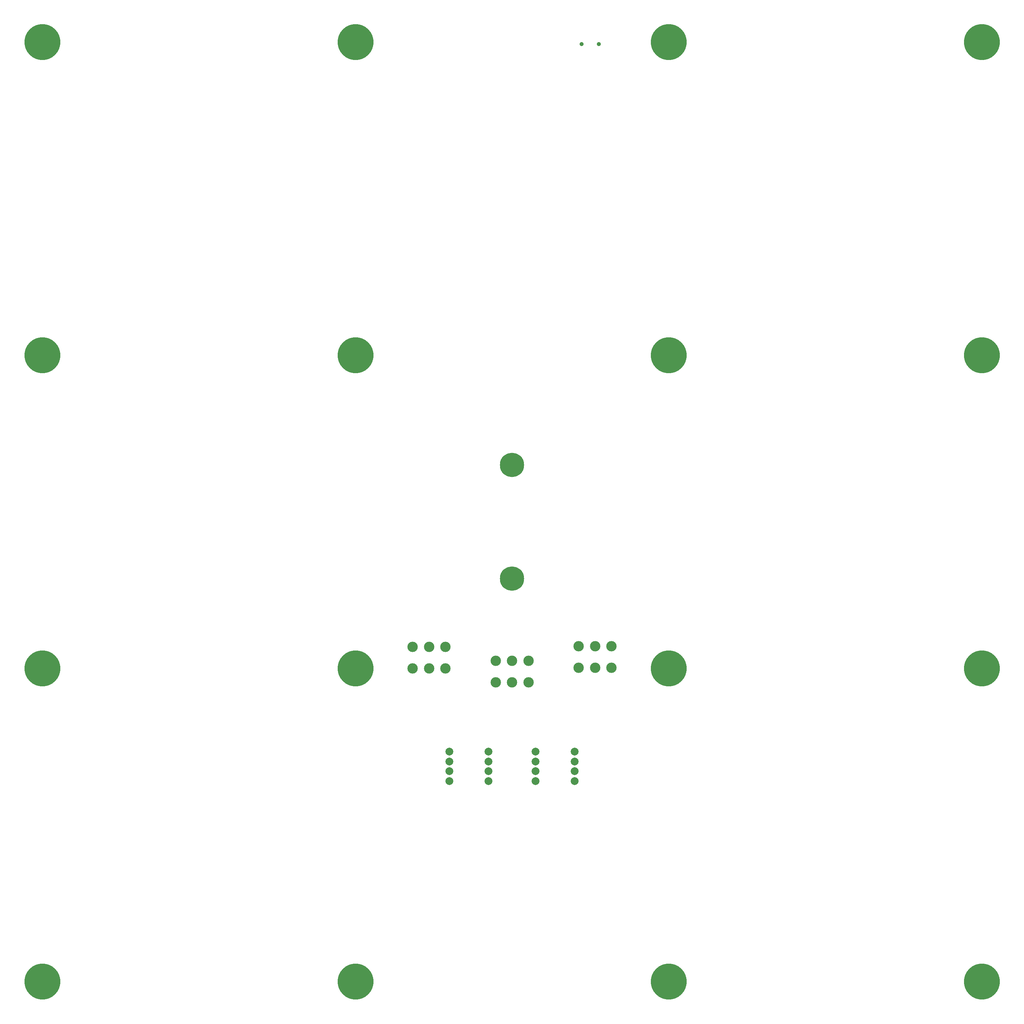
<source format=gbs>
%FSLAX44Y44*%
%MOMM*%
G71*
G01*
G75*
G04 Layer_Color=16711935*
%ADD10O,1.5500X0.6000*%
G04:AMPARAMS|DCode=11|XSize=1.45mm|YSize=1.15mm|CornerRadius=0.2013mm|HoleSize=0mm|Usage=FLASHONLY|Rotation=180.000|XOffset=0mm|YOffset=0mm|HoleType=Round|Shape=RoundedRectangle|*
%AMROUNDEDRECTD11*
21,1,1.4500,0.7475,0,0,180.0*
21,1,1.0475,1.1500,0,0,180.0*
1,1,0.4025,-0.5238,0.3738*
1,1,0.4025,0.5238,0.3738*
1,1,0.4025,0.5238,-0.3738*
1,1,0.4025,-0.5238,-0.3738*
%
%ADD11ROUNDEDRECTD11*%
G04:AMPARAMS|DCode=12|XSize=2.7mm|YSize=1.15mm|CornerRadius=0.2013mm|HoleSize=0mm|Usage=FLASHONLY|Rotation=180.000|XOffset=0mm|YOffset=0mm|HoleType=Round|Shape=RoundedRectangle|*
%AMROUNDEDRECTD12*
21,1,2.7000,0.7475,0,0,180.0*
21,1,2.2975,1.1500,0,0,180.0*
1,1,0.4025,-1.1487,0.3738*
1,1,0.4025,1.1487,0.3738*
1,1,0.4025,1.1487,-0.3738*
1,1,0.4025,-1.1487,-0.3738*
%
%ADD12ROUNDEDRECTD12*%
G04:AMPARAMS|DCode=13|XSize=1mm|YSize=0.95mm|CornerRadius=0.1995mm|HoleSize=0mm|Usage=FLASHONLY|Rotation=180.000|XOffset=0mm|YOffset=0mm|HoleType=Round|Shape=RoundedRectangle|*
%AMROUNDEDRECTD13*
21,1,1.0000,0.5510,0,0,180.0*
21,1,0.6010,0.9500,0,0,180.0*
1,1,0.3990,-0.3005,0.2755*
1,1,0.3990,0.3005,0.2755*
1,1,0.3990,0.3005,-0.2755*
1,1,0.3990,-0.3005,-0.2755*
%
%ADD13ROUNDEDRECTD13*%
G04:AMPARAMS|DCode=14|XSize=1mm|YSize=0.9mm|CornerRadius=0.198mm|HoleSize=0mm|Usage=FLASHONLY|Rotation=90.000|XOffset=0mm|YOffset=0mm|HoleType=Round|Shape=RoundedRectangle|*
%AMROUNDEDRECTD14*
21,1,1.0000,0.5040,0,0,90.0*
21,1,0.6040,0.9000,0,0,90.0*
1,1,0.3960,0.2520,0.3020*
1,1,0.3960,0.2520,-0.3020*
1,1,0.3960,-0.2520,-0.3020*
1,1,0.3960,-0.2520,0.3020*
%
%ADD14ROUNDEDRECTD14*%
G04:AMPARAMS|DCode=15|XSize=4.9mm|YSize=1.6mm|CornerRadius=0.2mm|HoleSize=0mm|Usage=FLASHONLY|Rotation=180.000|XOffset=0mm|YOffset=0mm|HoleType=Round|Shape=RoundedRectangle|*
%AMROUNDEDRECTD15*
21,1,4.9000,1.2000,0,0,180.0*
21,1,4.5000,1.6000,0,0,180.0*
1,1,0.4000,-2.2500,0.6000*
1,1,0.4000,2.2500,0.6000*
1,1,0.4000,2.2500,-0.6000*
1,1,0.4000,-2.2500,-0.6000*
%
%ADD15ROUNDEDRECTD15*%
G04:AMPARAMS|DCode=16|XSize=1.05mm|YSize=0.65mm|CornerRadius=0.2015mm|HoleSize=0mm|Usage=FLASHONLY|Rotation=0.000|XOffset=0mm|YOffset=0mm|HoleType=Round|Shape=RoundedRectangle|*
%AMROUNDEDRECTD16*
21,1,1.0500,0.2470,0,0,0.0*
21,1,0.6470,0.6500,0,0,0.0*
1,1,0.4030,0.3235,-0.1235*
1,1,0.4030,-0.3235,-0.1235*
1,1,0.4030,-0.3235,0.1235*
1,1,0.4030,0.3235,0.1235*
%
%ADD16ROUNDEDRECTD16*%
G04:AMPARAMS|DCode=17|XSize=1mm|YSize=0.95mm|CornerRadius=0.1995mm|HoleSize=0mm|Usage=FLASHONLY|Rotation=270.000|XOffset=0mm|YOffset=0mm|HoleType=Round|Shape=RoundedRectangle|*
%AMROUNDEDRECTD17*
21,1,1.0000,0.5510,0,0,270.0*
21,1,0.6010,0.9500,0,0,270.0*
1,1,0.3990,-0.2755,-0.3005*
1,1,0.3990,-0.2755,0.3005*
1,1,0.3990,0.2755,0.3005*
1,1,0.3990,0.2755,-0.3005*
%
%ADD17ROUNDEDRECTD17*%
G04:AMPARAMS|DCode=18|XSize=1.6mm|YSize=1.25mm|CornerRadius=0.2mm|HoleSize=0mm|Usage=FLASHONLY|Rotation=0.000|XOffset=0mm|YOffset=0mm|HoleType=Round|Shape=RoundedRectangle|*
%AMROUNDEDRECTD18*
21,1,1.6000,0.8500,0,0,0.0*
21,1,1.2000,1.2500,0,0,0.0*
1,1,0.4000,0.6000,-0.4250*
1,1,0.4000,-0.6000,-0.4250*
1,1,0.4000,-0.6000,0.4250*
1,1,0.4000,0.6000,0.4250*
%
%ADD18ROUNDEDRECTD18*%
G04:AMPARAMS|DCode=19|XSize=1.45mm|YSize=1.15mm|CornerRadius=0.2013mm|HoleSize=0mm|Usage=FLASHONLY|Rotation=90.000|XOffset=0mm|YOffset=0mm|HoleType=Round|Shape=RoundedRectangle|*
%AMROUNDEDRECTD19*
21,1,1.4500,0.7475,0,0,90.0*
21,1,1.0475,1.1500,0,0,90.0*
1,1,0.4025,0.3738,0.5238*
1,1,0.4025,0.3738,-0.5238*
1,1,0.4025,-0.3738,-0.5238*
1,1,0.4025,-0.3738,0.5238*
%
%ADD19ROUNDEDRECTD19*%
G04:AMPARAMS|DCode=20|XSize=2.7mm|YSize=1.15mm|CornerRadius=0.2013mm|HoleSize=0mm|Usage=FLASHONLY|Rotation=90.000|XOffset=0mm|YOffset=0mm|HoleType=Round|Shape=RoundedRectangle|*
%AMROUNDEDRECTD20*
21,1,2.7000,0.7475,0,0,90.0*
21,1,2.2975,1.1500,0,0,90.0*
1,1,0.4025,0.3738,1.1487*
1,1,0.4025,0.3738,-1.1487*
1,1,0.4025,-0.3738,-1.1487*
1,1,0.4025,-0.3738,1.1487*
%
%ADD20ROUNDEDRECTD20*%
G04:AMPARAMS|DCode=21|XSize=1mm|YSize=0.9mm|CornerRadius=0.198mm|HoleSize=0mm|Usage=FLASHONLY|Rotation=0.000|XOffset=0mm|YOffset=0mm|HoleType=Round|Shape=RoundedRectangle|*
%AMROUNDEDRECTD21*
21,1,1.0000,0.5040,0,0,0.0*
21,1,0.6040,0.9000,0,0,0.0*
1,1,0.3960,0.3020,-0.2520*
1,1,0.3960,-0.3020,-0.2520*
1,1,0.3960,-0.3020,0.2520*
1,1,0.3960,0.3020,0.2520*
%
%ADD21ROUNDEDRECTD21*%
G04:AMPARAMS|DCode=22|XSize=4.9mm|YSize=1.6mm|CornerRadius=0.2mm|HoleSize=0mm|Usage=FLASHONLY|Rotation=90.000|XOffset=0mm|YOffset=0mm|HoleType=Round|Shape=RoundedRectangle|*
%AMROUNDEDRECTD22*
21,1,4.9000,1.2000,0,0,90.0*
21,1,4.5000,1.6000,0,0,90.0*
1,1,0.4000,0.6000,2.2500*
1,1,0.4000,0.6000,-2.2500*
1,1,0.4000,-0.6000,-2.2500*
1,1,0.4000,-0.6000,2.2500*
%
%ADD22ROUNDEDRECTD22*%
G04:AMPARAMS|DCode=23|XSize=1.05mm|YSize=0.65mm|CornerRadius=0.2015mm|HoleSize=0mm|Usage=FLASHONLY|Rotation=270.000|XOffset=0mm|YOffset=0mm|HoleType=Round|Shape=RoundedRectangle|*
%AMROUNDEDRECTD23*
21,1,1.0500,0.2470,0,0,270.0*
21,1,0.6470,0.6500,0,0,270.0*
1,1,0.4030,-0.1235,-0.3235*
1,1,0.4030,-0.1235,0.3235*
1,1,0.4030,0.1235,0.3235*
1,1,0.4030,0.1235,-0.3235*
%
%ADD23ROUNDEDRECTD23*%
G04:AMPARAMS|DCode=24|XSize=1.6mm|YSize=1.25mm|CornerRadius=0.2mm|HoleSize=0mm|Usage=FLASHONLY|Rotation=270.000|XOffset=0mm|YOffset=0mm|HoleType=Round|Shape=RoundedRectangle|*
%AMROUNDEDRECTD24*
21,1,1.6000,0.8500,0,0,270.0*
21,1,1.2000,1.2500,0,0,270.0*
1,1,0.4000,-0.4250,-0.6000*
1,1,0.4000,-0.4250,0.6000*
1,1,0.4000,0.4250,0.6000*
1,1,0.4000,0.4250,-0.6000*
%
%ADD24ROUNDEDRECTD24*%
G04:AMPARAMS|DCode=25|XSize=1.2mm|YSize=1.2mm|CornerRadius=0.198mm|HoleSize=0mm|Usage=FLASHONLY|Rotation=0.000|XOffset=0mm|YOffset=0mm|HoleType=Round|Shape=RoundedRectangle|*
%AMROUNDEDRECTD25*
21,1,1.2000,0.8040,0,0,0.0*
21,1,0.8040,1.2000,0,0,0.0*
1,1,0.3960,0.4020,-0.4020*
1,1,0.3960,-0.4020,-0.4020*
1,1,0.3960,-0.4020,0.4020*
1,1,0.3960,0.4020,0.4020*
%
%ADD25ROUNDEDRECTD25*%
G04:AMPARAMS|DCode=26|XSize=1.2mm|YSize=1.2mm|CornerRadius=0.198mm|HoleSize=0mm|Usage=FLASHONLY|Rotation=90.000|XOffset=0mm|YOffset=0mm|HoleType=Round|Shape=RoundedRectangle|*
%AMROUNDEDRECTD26*
21,1,1.2000,0.8040,0,0,90.0*
21,1,0.8040,1.2000,0,0,90.0*
1,1,0.3960,0.4020,0.4020*
1,1,0.3960,0.4020,-0.4020*
1,1,0.3960,-0.4020,-0.4020*
1,1,0.3960,-0.4020,0.4020*
%
%ADD26ROUNDEDRECTD26*%
G04:AMPARAMS|DCode=27|XSize=2.3mm|YSize=0.5mm|CornerRadius=0.2mm|HoleSize=0mm|Usage=FLASHONLY|Rotation=270.000|XOffset=0mm|YOffset=0mm|HoleType=Round|Shape=RoundedRectangle|*
%AMROUNDEDRECTD27*
21,1,2.3000,0.1000,0,0,270.0*
21,1,1.9000,0.5000,0,0,270.0*
1,1,0.4000,-0.0500,-0.9500*
1,1,0.4000,-0.0500,0.9500*
1,1,0.4000,0.0500,0.9500*
1,1,0.4000,0.0500,-0.9500*
%
%ADD27ROUNDEDRECTD27*%
G04:AMPARAMS|DCode=28|XSize=2.5mm|YSize=2mm|CornerRadius=0.2mm|HoleSize=0mm|Usage=FLASHONLY|Rotation=270.000|XOffset=0mm|YOffset=0mm|HoleType=Round|Shape=RoundedRectangle|*
%AMROUNDEDRECTD28*
21,1,2.5000,1.6000,0,0,270.0*
21,1,2.1000,2.0000,0,0,270.0*
1,1,0.4000,-0.8000,-1.0500*
1,1,0.4000,-0.8000,1.0500*
1,1,0.4000,0.8000,1.0500*
1,1,0.4000,0.8000,-1.0500*
%
%ADD28ROUNDEDRECTD28*%
%ADD29C,0.6000*%
G04:AMPARAMS|DCode=30|XSize=3.3mm|YSize=2.5mm|CornerRadius=0.2mm|HoleSize=0mm|Usage=FLASHONLY|Rotation=0.000|XOffset=0mm|YOffset=0mm|HoleType=Round|Shape=RoundedRectangle|*
%AMROUNDEDRECTD30*
21,1,3.3000,2.1000,0,0,0.0*
21,1,2.9000,2.5000,0,0,0.0*
1,1,0.4000,1.4500,-1.0500*
1,1,0.4000,-1.4500,-1.0500*
1,1,0.4000,-1.4500,1.0500*
1,1,0.4000,1.4500,1.0500*
%
%ADD30ROUNDEDRECTD30*%
%ADD31O,1.5000X0.3000*%
%ADD32O,0.3000X1.5000*%
%ADD33C,1.0000*%
%ADD34O,0.6000X1.5500*%
G04:AMPARAMS|DCode=35|XSize=6.45mm|YSize=6mm|CornerRadius=0.21mm|HoleSize=0mm|Usage=FLASHONLY|Rotation=90.000|XOffset=0mm|YOffset=0mm|HoleType=Round|Shape=RoundedRectangle|*
%AMROUNDEDRECTD35*
21,1,6.4500,5.5800,0,0,90.0*
21,1,6.0300,6.0000,0,0,90.0*
1,1,0.4200,2.7900,3.0150*
1,1,0.4200,2.7900,-3.0150*
1,1,0.4200,-2.7900,-3.0150*
1,1,0.4200,-2.7900,3.0150*
%
%ADD35ROUNDEDRECTD35*%
G04:AMPARAMS|DCode=36|XSize=2.85mm|YSize=1mm|CornerRadius=0.2mm|HoleSize=0mm|Usage=FLASHONLY|Rotation=90.000|XOffset=0mm|YOffset=0mm|HoleType=Round|Shape=RoundedRectangle|*
%AMROUNDEDRECTD36*
21,1,2.8500,0.6000,0,0,90.0*
21,1,2.4500,1.0000,0,0,90.0*
1,1,0.4000,0.3000,1.2250*
1,1,0.4000,0.3000,-1.2250*
1,1,0.4000,-0.3000,-1.2250*
1,1,0.4000,-0.3000,1.2250*
%
%ADD36ROUNDEDRECTD36*%
G04:AMPARAMS|DCode=37|XSize=11.3mm|YSize=10.75mm|CornerRadius=0.215mm|HoleSize=0mm|Usage=FLASHONLY|Rotation=90.000|XOffset=0mm|YOffset=0mm|HoleType=Round|Shape=RoundedRectangle|*
%AMROUNDEDRECTD37*
21,1,11.3000,10.3200,0,0,90.0*
21,1,10.8700,10.7500,0,0,90.0*
1,1,0.4300,5.1600,5.4350*
1,1,0.4300,5.1600,-5.4350*
1,1,0.4300,-5.1600,-5.4350*
1,1,0.4300,-5.1600,5.4350*
%
%ADD37ROUNDEDRECTD37*%
G04:AMPARAMS|DCode=38|XSize=3.95mm|YSize=1.2mm|CornerRadius=0.198mm|HoleSize=0mm|Usage=FLASHONLY|Rotation=90.000|XOffset=0mm|YOffset=0mm|HoleType=Round|Shape=RoundedRectangle|*
%AMROUNDEDRECTD38*
21,1,3.9500,0.8040,0,0,90.0*
21,1,3.5540,1.2000,0,0,90.0*
1,1,0.3960,0.4020,1.7770*
1,1,0.3960,0.4020,-1.7770*
1,1,0.3960,-0.4020,-1.7770*
1,1,0.3960,-0.4020,1.7770*
%
%ADD38ROUNDEDRECTD38*%
G04:AMPARAMS|DCode=39|XSize=1.1mm|YSize=0.6mm|CornerRadius=0.201mm|HoleSize=0mm|Usage=FLASHONLY|Rotation=270.000|XOffset=0mm|YOffset=0mm|HoleType=Round|Shape=RoundedRectangle|*
%AMROUNDEDRECTD39*
21,1,1.1000,0.1980,0,0,270.0*
21,1,0.6980,0.6000,0,0,270.0*
1,1,0.4020,-0.0990,-0.3490*
1,1,0.4020,-0.0990,0.3490*
1,1,0.4020,0.0990,0.3490*
1,1,0.4020,0.0990,-0.3490*
%
%ADD39ROUNDEDRECTD39*%
G04:AMPARAMS|DCode=40|XSize=1.35mm|YSize=1.65mm|CornerRadius=0.27mm|HoleSize=0mm|Usage=FLASHONLY|Rotation=180.000|XOffset=0mm|YOffset=0mm|HoleType=Round|Shape=RoundedRectangle|*
%AMROUNDEDRECTD40*
21,1,1.3500,1.1100,0,0,180.0*
21,1,0.8100,1.6500,0,0,180.0*
1,1,0.5400,-0.4050,0.5550*
1,1,0.5400,0.4050,0.5550*
1,1,0.5400,0.4050,-0.5550*
1,1,0.5400,-0.4050,-0.5550*
%
%ADD40ROUNDEDRECTD40*%
G04:AMPARAMS|DCode=41|XSize=0.7mm|YSize=0.25mm|CornerRadius=0.0838mm|HoleSize=0mm|Usage=FLASHONLY|Rotation=90.000|XOffset=0mm|YOffset=0mm|HoleType=Round|Shape=RoundedRectangle|*
%AMROUNDEDRECTD41*
21,1,0.7000,0.0825,0,0,90.0*
21,1,0.5325,0.2500,0,0,90.0*
1,1,0.1675,0.0413,0.2662*
1,1,0.1675,0.0413,-0.2662*
1,1,0.1675,-0.0413,-0.2662*
1,1,0.1675,-0.0413,0.2662*
%
%ADD41ROUNDEDRECTD41*%
G04:AMPARAMS|DCode=42|XSize=1.75mm|YSize=1.05mm|CornerRadius=0.1995mm|HoleSize=0mm|Usage=FLASHONLY|Rotation=0.000|XOffset=0mm|YOffset=0mm|HoleType=Round|Shape=RoundedRectangle|*
%AMROUNDEDRECTD42*
21,1,1.7500,0.6510,0,0,0.0*
21,1,1.3510,1.0500,0,0,0.0*
1,1,0.3990,0.6755,-0.3255*
1,1,0.3990,-0.6755,-0.3255*
1,1,0.3990,-0.6755,0.3255*
1,1,0.3990,0.6755,0.3255*
%
%ADD42ROUNDEDRECTD42*%
%ADD43O,0.5000X1.3500*%
%ADD44O,1.3500X0.5000*%
G04:AMPARAMS|DCode=45|XSize=6.5mm|YSize=5mm|CornerRadius=0.25mm|HoleSize=0mm|Usage=FLASHONLY|Rotation=180.000|XOffset=0mm|YOffset=0mm|HoleType=Round|Shape=RoundedRectangle|*
%AMROUNDEDRECTD45*
21,1,6.5000,4.5000,0,0,180.0*
21,1,6.0000,5.0000,0,0,180.0*
1,1,0.5000,-3.0000,2.2500*
1,1,0.5000,3.0000,2.2500*
1,1,0.5000,3.0000,-2.2500*
1,1,0.5000,-3.0000,-2.2500*
%
%ADD45ROUNDEDRECTD45*%
G04:AMPARAMS|DCode=46|XSize=2.5mm|YSize=1.7mm|CornerRadius=0.204mm|HoleSize=0mm|Usage=FLASHONLY|Rotation=270.000|XOffset=0mm|YOffset=0mm|HoleType=Round|Shape=RoundedRectangle|*
%AMROUNDEDRECTD46*
21,1,2.5000,1.2920,0,0,270.0*
21,1,2.0920,1.7000,0,0,270.0*
1,1,0.4080,-0.6460,-1.0460*
1,1,0.4080,-0.6460,1.0460*
1,1,0.4080,0.6460,1.0460*
1,1,0.4080,0.6460,-1.0460*
%
%ADD46ROUNDEDRECTD46*%
G04:AMPARAMS|DCode=47|XSize=1.1mm|YSize=0.8mm|CornerRadius=0.268mm|HoleSize=0mm|Usage=FLASHONLY|Rotation=90.000|XOffset=0mm|YOffset=0mm|HoleType=Round|Shape=RoundedRectangle|*
%AMROUNDEDRECTD47*
21,1,1.1000,0.2640,0,0,90.0*
21,1,0.5640,0.8000,0,0,90.0*
1,1,0.5360,0.1320,0.2820*
1,1,0.5360,0.1320,-0.2820*
1,1,0.5360,-0.1320,-0.2820*
1,1,0.5360,-0.1320,0.2820*
%
%ADD47ROUNDEDRECTD47*%
%ADD48C,1.3000*%
%ADD49R,1.3000X1.3000*%
G04:AMPARAMS|DCode=50|XSize=1.4mm|YSize=1.2mm|CornerRadius=0.198mm|HoleSize=0mm|Usage=FLASHONLY|Rotation=90.000|XOffset=0mm|YOffset=0mm|HoleType=Round|Shape=RoundedRectangle|*
%AMROUNDEDRECTD50*
21,1,1.4000,0.8040,0,0,90.0*
21,1,1.0040,1.2000,0,0,90.0*
1,1,0.3960,0.4020,0.5020*
1,1,0.3960,0.4020,-0.5020*
1,1,0.3960,-0.4020,-0.5020*
1,1,0.3960,-0.4020,0.5020*
%
%ADD50ROUNDEDRECTD50*%
G04:AMPARAMS|DCode=51|XSize=1.1mm|YSize=1mm|CornerRadius=0.165mm|HoleSize=0mm|Usage=FLASHONLY|Rotation=90.000|XOffset=0mm|YOffset=0mm|HoleType=Round|Shape=RoundedRectangle|*
%AMROUNDEDRECTD51*
21,1,1.1000,0.6700,0,0,90.0*
21,1,0.7700,1.0000,0,0,90.0*
1,1,0.3300,0.3350,0.3850*
1,1,0.3300,0.3350,-0.3850*
1,1,0.3300,-0.3350,-0.3850*
1,1,0.3300,-0.3350,0.3850*
%
%ADD51ROUNDEDRECTD51*%
G04:AMPARAMS|DCode=52|XSize=1.6mm|YSize=1.5mm|CornerRadius=0.2475mm|HoleSize=0mm|Usage=FLASHONLY|Rotation=90.000|XOffset=0mm|YOffset=0mm|HoleType=Round|Shape=RoundedRectangle|*
%AMROUNDEDRECTD52*
21,1,1.6000,1.0050,0,0,90.0*
21,1,1.1050,1.5000,0,0,90.0*
1,1,0.4950,0.5025,0.5525*
1,1,0.4950,0.5025,-0.5525*
1,1,0.4950,-0.5025,-0.5525*
1,1,0.4950,-0.5025,0.5525*
%
%ADD52ROUNDEDRECTD52*%
G04:AMPARAMS|DCode=53|XSize=1.4mm|YSize=1.2mm|CornerRadius=0.198mm|HoleSize=0mm|Usage=FLASHONLY|Rotation=180.000|XOffset=0mm|YOffset=0mm|HoleType=Round|Shape=RoundedRectangle|*
%AMROUNDEDRECTD53*
21,1,1.4000,0.8040,0,0,180.0*
21,1,1.0040,1.2000,0,0,180.0*
1,1,0.3960,-0.5020,0.4020*
1,1,0.3960,0.5020,0.4020*
1,1,0.3960,0.5020,-0.4020*
1,1,0.3960,-0.5020,-0.4020*
%
%ADD53ROUNDEDRECTD53*%
G04:AMPARAMS|DCode=54|XSize=1.1mm|YSize=1mm|CornerRadius=0.165mm|HoleSize=0mm|Usage=FLASHONLY|Rotation=180.000|XOffset=0mm|YOffset=0mm|HoleType=Round|Shape=RoundedRectangle|*
%AMROUNDEDRECTD54*
21,1,1.1000,0.6700,0,0,180.0*
21,1,0.7700,1.0000,0,0,180.0*
1,1,0.3300,-0.3850,0.3350*
1,1,0.3300,0.3850,0.3350*
1,1,0.3300,0.3850,-0.3350*
1,1,0.3300,-0.3850,-0.3350*
%
%ADD54ROUNDEDRECTD54*%
G04:AMPARAMS|DCode=55|XSize=1.6mm|YSize=1.5mm|CornerRadius=0.2475mm|HoleSize=0mm|Usage=FLASHONLY|Rotation=180.000|XOffset=0mm|YOffset=0mm|HoleType=Round|Shape=RoundedRectangle|*
%AMROUNDEDRECTD55*
21,1,1.6000,1.0050,0,0,180.0*
21,1,1.1050,1.5000,0,0,180.0*
1,1,0.4950,-0.5525,0.5025*
1,1,0.4950,0.5525,0.5025*
1,1,0.4950,0.5525,-0.5025*
1,1,0.4950,-0.5525,-0.5025*
%
%ADD55ROUNDEDRECTD55*%
%ADD56C,0.4500*%
%ADD57C,0.5000*%
%ADD58C,0.6000*%
%ADD59C,0.2000*%
%ADD60C,0.2500*%
%ADD61C,0.4500*%
%ADD62C,0.3500*%
%ADD63C,0.3000*%
%ADD64C,0.4000*%
%ADD65C,0.2540*%
%ADD66C,6.0000*%
%ADD67C,0.5000*%
%ADD68C,9.0000*%
%ADD69C,2.5000*%
%ADD70C,1.8500*%
%ADD71C,0.1000*%
%ADD72C,0.1500*%
%ADD73C,0.1524*%
%ADD74C,0.1200*%
%ADD75C,0.0000*%
%ADD76O,1.7000X0.7500*%
G04:AMPARAMS|DCode=77|XSize=1.6mm|YSize=1.3mm|CornerRadius=0.2763mm|HoleSize=0mm|Usage=FLASHONLY|Rotation=180.000|XOffset=0mm|YOffset=0mm|HoleType=Round|Shape=RoundedRectangle|*
%AMROUNDEDRECTD77*
21,1,1.6000,0.7475,0,0,180.0*
21,1,1.0475,1.3000,0,0,180.0*
1,1,0.5525,-0.5238,0.3738*
1,1,0.5525,0.5238,0.3738*
1,1,0.5525,0.5238,-0.3738*
1,1,0.5525,-0.5238,-0.3738*
%
%ADD77ROUNDEDRECTD77*%
G04:AMPARAMS|DCode=78|XSize=2.85mm|YSize=1.3mm|CornerRadius=0.2763mm|HoleSize=0mm|Usage=FLASHONLY|Rotation=180.000|XOffset=0mm|YOffset=0mm|HoleType=Round|Shape=RoundedRectangle|*
%AMROUNDEDRECTD78*
21,1,2.8500,0.7475,0,0,180.0*
21,1,2.2975,1.3000,0,0,180.0*
1,1,0.5525,-1.1487,0.3738*
1,1,0.5525,1.1487,0.3738*
1,1,0.5525,1.1487,-0.3738*
1,1,0.5525,-1.1487,-0.3738*
%
%ADD78ROUNDEDRECTD78*%
G04:AMPARAMS|DCode=79|XSize=1.15mm|YSize=1.1mm|CornerRadius=0.2745mm|HoleSize=0mm|Usage=FLASHONLY|Rotation=180.000|XOffset=0mm|YOffset=0mm|HoleType=Round|Shape=RoundedRectangle|*
%AMROUNDEDRECTD79*
21,1,1.1500,0.5510,0,0,180.0*
21,1,0.6010,1.1000,0,0,180.0*
1,1,0.5490,-0.3005,0.2755*
1,1,0.5490,0.3005,0.2755*
1,1,0.5490,0.3005,-0.2755*
1,1,0.5490,-0.3005,-0.2755*
%
%ADD79ROUNDEDRECTD79*%
G04:AMPARAMS|DCode=80|XSize=1.15mm|YSize=1.05mm|CornerRadius=0.273mm|HoleSize=0mm|Usage=FLASHONLY|Rotation=90.000|XOffset=0mm|YOffset=0mm|HoleType=Round|Shape=RoundedRectangle|*
%AMROUNDEDRECTD80*
21,1,1.1500,0.5040,0,0,90.0*
21,1,0.6040,1.0500,0,0,90.0*
1,1,0.5460,0.2520,0.3020*
1,1,0.5460,0.2520,-0.3020*
1,1,0.5460,-0.2520,-0.3020*
1,1,0.5460,-0.2520,0.3020*
%
%ADD80ROUNDEDRECTD80*%
G04:AMPARAMS|DCode=81|XSize=5.05mm|YSize=1.75mm|CornerRadius=0.275mm|HoleSize=0mm|Usage=FLASHONLY|Rotation=180.000|XOffset=0mm|YOffset=0mm|HoleType=Round|Shape=RoundedRectangle|*
%AMROUNDEDRECTD81*
21,1,5.0500,1.2000,0,0,180.0*
21,1,4.5000,1.7500,0,0,180.0*
1,1,0.5500,-2.2500,0.6000*
1,1,0.5500,2.2500,0.6000*
1,1,0.5500,2.2500,-0.6000*
1,1,0.5500,-2.2500,-0.6000*
%
%ADD81ROUNDEDRECTD81*%
G04:AMPARAMS|DCode=82|XSize=1.2mm|YSize=0.8mm|CornerRadius=0.2765mm|HoleSize=0mm|Usage=FLASHONLY|Rotation=0.000|XOffset=0mm|YOffset=0mm|HoleType=Round|Shape=RoundedRectangle|*
%AMROUNDEDRECTD82*
21,1,1.2000,0.2470,0,0,0.0*
21,1,0.6470,0.8000,0,0,0.0*
1,1,0.5530,0.3235,-0.1235*
1,1,0.5530,-0.3235,-0.1235*
1,1,0.5530,-0.3235,0.1235*
1,1,0.5530,0.3235,0.1235*
%
%ADD82ROUNDEDRECTD82*%
G04:AMPARAMS|DCode=83|XSize=1.15mm|YSize=1.1mm|CornerRadius=0.2745mm|HoleSize=0mm|Usage=FLASHONLY|Rotation=270.000|XOffset=0mm|YOffset=0mm|HoleType=Round|Shape=RoundedRectangle|*
%AMROUNDEDRECTD83*
21,1,1.1500,0.5510,0,0,270.0*
21,1,0.6010,1.1000,0,0,270.0*
1,1,0.5490,-0.2755,-0.3005*
1,1,0.5490,-0.2755,0.3005*
1,1,0.5490,0.2755,0.3005*
1,1,0.5490,0.2755,-0.3005*
%
%ADD83ROUNDEDRECTD83*%
G04:AMPARAMS|DCode=84|XSize=1.75mm|YSize=1.4mm|CornerRadius=0.275mm|HoleSize=0mm|Usage=FLASHONLY|Rotation=0.000|XOffset=0mm|YOffset=0mm|HoleType=Round|Shape=RoundedRectangle|*
%AMROUNDEDRECTD84*
21,1,1.7500,0.8500,0,0,0.0*
21,1,1.2000,1.4000,0,0,0.0*
1,1,0.5500,0.6000,-0.4250*
1,1,0.5500,-0.6000,-0.4250*
1,1,0.5500,-0.6000,0.4250*
1,1,0.5500,0.6000,0.4250*
%
%ADD84ROUNDEDRECTD84*%
G04:AMPARAMS|DCode=85|XSize=1.6mm|YSize=1.3mm|CornerRadius=0.2763mm|HoleSize=0mm|Usage=FLASHONLY|Rotation=90.000|XOffset=0mm|YOffset=0mm|HoleType=Round|Shape=RoundedRectangle|*
%AMROUNDEDRECTD85*
21,1,1.6000,0.7475,0,0,90.0*
21,1,1.0475,1.3000,0,0,90.0*
1,1,0.5525,0.3738,0.5238*
1,1,0.5525,0.3738,-0.5238*
1,1,0.5525,-0.3738,-0.5238*
1,1,0.5525,-0.3738,0.5238*
%
%ADD85ROUNDEDRECTD85*%
G04:AMPARAMS|DCode=86|XSize=2.85mm|YSize=1.3mm|CornerRadius=0.2763mm|HoleSize=0mm|Usage=FLASHONLY|Rotation=90.000|XOffset=0mm|YOffset=0mm|HoleType=Round|Shape=RoundedRectangle|*
%AMROUNDEDRECTD86*
21,1,2.8500,0.7475,0,0,90.0*
21,1,2.2975,1.3000,0,0,90.0*
1,1,0.5525,0.3738,1.1487*
1,1,0.5525,0.3738,-1.1487*
1,1,0.5525,-0.3738,-1.1487*
1,1,0.5525,-0.3738,1.1487*
%
%ADD86ROUNDEDRECTD86*%
G04:AMPARAMS|DCode=87|XSize=1.15mm|YSize=1.05mm|CornerRadius=0.273mm|HoleSize=0mm|Usage=FLASHONLY|Rotation=0.000|XOffset=0mm|YOffset=0mm|HoleType=Round|Shape=RoundedRectangle|*
%AMROUNDEDRECTD87*
21,1,1.1500,0.5040,0,0,0.0*
21,1,0.6040,1.0500,0,0,0.0*
1,1,0.5460,0.3020,-0.2520*
1,1,0.5460,-0.3020,-0.2520*
1,1,0.5460,-0.3020,0.2520*
1,1,0.5460,0.3020,0.2520*
%
%ADD87ROUNDEDRECTD87*%
G04:AMPARAMS|DCode=88|XSize=5.05mm|YSize=1.75mm|CornerRadius=0.275mm|HoleSize=0mm|Usage=FLASHONLY|Rotation=90.000|XOffset=0mm|YOffset=0mm|HoleType=Round|Shape=RoundedRectangle|*
%AMROUNDEDRECTD88*
21,1,5.0500,1.2000,0,0,90.0*
21,1,4.5000,1.7500,0,0,90.0*
1,1,0.5500,0.6000,2.2500*
1,1,0.5500,0.6000,-2.2500*
1,1,0.5500,-0.6000,-2.2500*
1,1,0.5500,-0.6000,2.2500*
%
%ADD88ROUNDEDRECTD88*%
G04:AMPARAMS|DCode=89|XSize=1.2mm|YSize=0.8mm|CornerRadius=0.2765mm|HoleSize=0mm|Usage=FLASHONLY|Rotation=270.000|XOffset=0mm|YOffset=0mm|HoleType=Round|Shape=RoundedRectangle|*
%AMROUNDEDRECTD89*
21,1,1.2000,0.2470,0,0,270.0*
21,1,0.6470,0.8000,0,0,270.0*
1,1,0.5530,-0.1235,-0.3235*
1,1,0.5530,-0.1235,0.3235*
1,1,0.5530,0.1235,0.3235*
1,1,0.5530,0.1235,-0.3235*
%
%ADD89ROUNDEDRECTD89*%
G04:AMPARAMS|DCode=90|XSize=1.75mm|YSize=1.4mm|CornerRadius=0.275mm|HoleSize=0mm|Usage=FLASHONLY|Rotation=270.000|XOffset=0mm|YOffset=0mm|HoleType=Round|Shape=RoundedRectangle|*
%AMROUNDEDRECTD90*
21,1,1.7500,0.8500,0,0,270.0*
21,1,1.2000,1.4000,0,0,270.0*
1,1,0.5500,-0.4250,-0.6000*
1,1,0.5500,-0.4250,0.6000*
1,1,0.5500,0.4250,0.6000*
1,1,0.5500,0.4250,-0.6000*
%
%ADD90ROUNDEDRECTD90*%
G04:AMPARAMS|DCode=91|XSize=1.35mm|YSize=1.35mm|CornerRadius=0.273mm|HoleSize=0mm|Usage=FLASHONLY|Rotation=0.000|XOffset=0mm|YOffset=0mm|HoleType=Round|Shape=RoundedRectangle|*
%AMROUNDEDRECTD91*
21,1,1.3500,0.8040,0,0,0.0*
21,1,0.8040,1.3500,0,0,0.0*
1,1,0.5460,0.4020,-0.4020*
1,1,0.5460,-0.4020,-0.4020*
1,1,0.5460,-0.4020,0.4020*
1,1,0.5460,0.4020,0.4020*
%
%ADD91ROUNDEDRECTD91*%
G04:AMPARAMS|DCode=92|XSize=1.35mm|YSize=1.35mm|CornerRadius=0.273mm|HoleSize=0mm|Usage=FLASHONLY|Rotation=90.000|XOffset=0mm|YOffset=0mm|HoleType=Round|Shape=RoundedRectangle|*
%AMROUNDEDRECTD92*
21,1,1.3500,0.8040,0,0,90.0*
21,1,0.8040,1.3500,0,0,90.0*
1,1,0.5460,0.4020,0.4020*
1,1,0.5460,0.4020,-0.4020*
1,1,0.5460,-0.4020,-0.4020*
1,1,0.5460,-0.4020,0.4020*
%
%ADD92ROUNDEDRECTD92*%
G04:AMPARAMS|DCode=93|XSize=2.45mm|YSize=0.65mm|CornerRadius=0.275mm|HoleSize=0mm|Usage=FLASHONLY|Rotation=270.000|XOffset=0mm|YOffset=0mm|HoleType=Round|Shape=RoundedRectangle|*
%AMROUNDEDRECTD93*
21,1,2.4500,0.1000,0,0,270.0*
21,1,1.9000,0.6500,0,0,270.0*
1,1,0.5500,-0.0500,-0.9500*
1,1,0.5500,-0.0500,0.9500*
1,1,0.5500,0.0500,0.9500*
1,1,0.5500,0.0500,-0.9500*
%
%ADD93ROUNDEDRECTD93*%
G04:AMPARAMS|DCode=94|XSize=2.65mm|YSize=2.15mm|CornerRadius=0.275mm|HoleSize=0mm|Usage=FLASHONLY|Rotation=270.000|XOffset=0mm|YOffset=0mm|HoleType=Round|Shape=RoundedRectangle|*
%AMROUNDEDRECTD94*
21,1,2.6500,1.6000,0,0,270.0*
21,1,2.1000,2.1500,0,0,270.0*
1,1,0.5500,-0.8000,-1.0500*
1,1,0.5500,-0.8000,1.0500*
1,1,0.5500,0.8000,1.0500*
1,1,0.5500,0.8000,-1.0500*
%
%ADD94ROUNDEDRECTD94*%
%ADD95C,0.8000*%
G04:AMPARAMS|DCode=96|XSize=3.45mm|YSize=2.65mm|CornerRadius=0.275mm|HoleSize=0mm|Usage=FLASHONLY|Rotation=0.000|XOffset=0mm|YOffset=0mm|HoleType=Round|Shape=RoundedRectangle|*
%AMROUNDEDRECTD96*
21,1,3.4500,2.1000,0,0,0.0*
21,1,2.9000,2.6500,0,0,0.0*
1,1,0.5500,1.4500,-1.0500*
1,1,0.5500,-1.4500,-1.0500*
1,1,0.5500,-1.4500,1.0500*
1,1,0.5500,1.4500,1.0500*
%
%ADD96ROUNDEDRECTD96*%
%ADD97O,1.6000X0.4000*%
%ADD98O,0.4000X1.6000*%
%ADD99C,2.0000*%
%ADD100O,0.7500X1.7000*%
G04:AMPARAMS|DCode=101|XSize=6.6mm|YSize=6.15mm|CornerRadius=0.285mm|HoleSize=0mm|Usage=FLASHONLY|Rotation=90.000|XOffset=0mm|YOffset=0mm|HoleType=Round|Shape=RoundedRectangle|*
%AMROUNDEDRECTD101*
21,1,6.6000,5.5800,0,0,90.0*
21,1,6.0300,6.1500,0,0,90.0*
1,1,0.5700,2.7900,3.0150*
1,1,0.5700,2.7900,-3.0150*
1,1,0.5700,-2.7900,-3.0150*
1,1,0.5700,-2.7900,3.0150*
%
%ADD101ROUNDEDRECTD101*%
G04:AMPARAMS|DCode=102|XSize=3mm|YSize=1.15mm|CornerRadius=0.275mm|HoleSize=0mm|Usage=FLASHONLY|Rotation=90.000|XOffset=0mm|YOffset=0mm|HoleType=Round|Shape=RoundedRectangle|*
%AMROUNDEDRECTD102*
21,1,3.0000,0.6000,0,0,90.0*
21,1,2.4500,1.1500,0,0,90.0*
1,1,0.5500,0.3000,1.2250*
1,1,0.5500,0.3000,-1.2250*
1,1,0.5500,-0.3000,-1.2250*
1,1,0.5500,-0.3000,1.2250*
%
%ADD102ROUNDEDRECTD102*%
G04:AMPARAMS|DCode=103|XSize=11.45mm|YSize=10.9mm|CornerRadius=0.29mm|HoleSize=0mm|Usage=FLASHONLY|Rotation=90.000|XOffset=0mm|YOffset=0mm|HoleType=Round|Shape=RoundedRectangle|*
%AMROUNDEDRECTD103*
21,1,11.4500,10.3200,0,0,90.0*
21,1,10.8700,10.9000,0,0,90.0*
1,1,0.5800,5.1600,5.4350*
1,1,0.5800,5.1600,-5.4350*
1,1,0.5800,-5.1600,-5.4350*
1,1,0.5800,-5.1600,5.4350*
%
%ADD103ROUNDEDRECTD103*%
G04:AMPARAMS|DCode=104|XSize=4.1mm|YSize=1.35mm|CornerRadius=0.273mm|HoleSize=0mm|Usage=FLASHONLY|Rotation=90.000|XOffset=0mm|YOffset=0mm|HoleType=Round|Shape=RoundedRectangle|*
%AMROUNDEDRECTD104*
21,1,4.1000,0.8040,0,0,90.0*
21,1,3.5540,1.3500,0,0,90.0*
1,1,0.5460,0.4020,1.7770*
1,1,0.5460,0.4020,-1.7770*
1,1,0.5460,-0.4020,-1.7770*
1,1,0.5460,-0.4020,1.7770*
%
%ADD104ROUNDEDRECTD104*%
G04:AMPARAMS|DCode=105|XSize=1.25mm|YSize=0.75mm|CornerRadius=0.276mm|HoleSize=0mm|Usage=FLASHONLY|Rotation=270.000|XOffset=0mm|YOffset=0mm|HoleType=Round|Shape=RoundedRectangle|*
%AMROUNDEDRECTD105*
21,1,1.2500,0.1980,0,0,270.0*
21,1,0.6980,0.7500,0,0,270.0*
1,1,0.5520,-0.0990,-0.3490*
1,1,0.5520,-0.0990,0.3490*
1,1,0.5520,0.0990,0.3490*
1,1,0.5520,0.0990,-0.3490*
%
%ADD105ROUNDEDRECTD105*%
G04:AMPARAMS|DCode=106|XSize=1.5mm|YSize=1.8mm|CornerRadius=0.345mm|HoleSize=0mm|Usage=FLASHONLY|Rotation=180.000|XOffset=0mm|YOffset=0mm|HoleType=Round|Shape=RoundedRectangle|*
%AMROUNDEDRECTD106*
21,1,1.5000,1.1100,0,0,180.0*
21,1,0.8100,1.8000,0,0,180.0*
1,1,0.6900,-0.4050,0.5550*
1,1,0.6900,0.4050,0.5550*
1,1,0.6900,0.4050,-0.5550*
1,1,0.6900,-0.4050,-0.5550*
%
%ADD106ROUNDEDRECTD106*%
G04:AMPARAMS|DCode=107|XSize=0.8mm|YSize=0.35mm|CornerRadius=0.1338mm|HoleSize=0mm|Usage=FLASHONLY|Rotation=90.000|XOffset=0mm|YOffset=0mm|HoleType=Round|Shape=RoundedRectangle|*
%AMROUNDEDRECTD107*
21,1,0.8000,0.0825,0,0,90.0*
21,1,0.5325,0.3500,0,0,90.0*
1,1,0.2675,0.0413,0.2662*
1,1,0.2675,0.0413,-0.2662*
1,1,0.2675,-0.0413,-0.2662*
1,1,0.2675,-0.0413,0.2662*
%
%ADD107ROUNDEDRECTD107*%
G04:AMPARAMS|DCode=108|XSize=1.9mm|YSize=1.2mm|CornerRadius=0.2745mm|HoleSize=0mm|Usage=FLASHONLY|Rotation=0.000|XOffset=0mm|YOffset=0mm|HoleType=Round|Shape=RoundedRectangle|*
%AMROUNDEDRECTD108*
21,1,1.9000,0.6510,0,0,0.0*
21,1,1.3510,1.2000,0,0,0.0*
1,1,0.5490,0.6755,-0.3255*
1,1,0.5490,-0.6755,-0.3255*
1,1,0.5490,-0.6755,0.3255*
1,1,0.5490,0.6755,0.3255*
%
%ADD108ROUNDEDRECTD108*%
%ADD109O,0.6500X1.5000*%
%ADD110O,1.5000X0.6500*%
G04:AMPARAMS|DCode=111|XSize=6.65mm|YSize=5.15mm|CornerRadius=0.325mm|HoleSize=0mm|Usage=FLASHONLY|Rotation=180.000|XOffset=0mm|YOffset=0mm|HoleType=Round|Shape=RoundedRectangle|*
%AMROUNDEDRECTD111*
21,1,6.6500,4.5000,0,0,180.0*
21,1,6.0000,5.1500,0,0,180.0*
1,1,0.6500,-3.0000,2.2500*
1,1,0.6500,3.0000,2.2500*
1,1,0.6500,3.0000,-2.2500*
1,1,0.6500,-3.0000,-2.2500*
%
%ADD111ROUNDEDRECTD111*%
G04:AMPARAMS|DCode=112|XSize=2.65mm|YSize=1.85mm|CornerRadius=0.279mm|HoleSize=0mm|Usage=FLASHONLY|Rotation=270.000|XOffset=0mm|YOffset=0mm|HoleType=Round|Shape=RoundedRectangle|*
%AMROUNDEDRECTD112*
21,1,2.6500,1.2920,0,0,270.0*
21,1,2.0920,1.8500,0,0,270.0*
1,1,0.5580,-0.6460,-1.0460*
1,1,0.5580,-0.6460,1.0460*
1,1,0.5580,0.6460,1.0460*
1,1,0.5580,0.6460,-1.0460*
%
%ADD112ROUNDEDRECTD112*%
G04:AMPARAMS|DCode=113|XSize=1.25mm|YSize=0.95mm|CornerRadius=0.343mm|HoleSize=0mm|Usage=FLASHONLY|Rotation=90.000|XOffset=0mm|YOffset=0mm|HoleType=Round|Shape=RoundedRectangle|*
%AMROUNDEDRECTD113*
21,1,1.2500,0.2640,0,0,90.0*
21,1,0.5640,0.9500,0,0,90.0*
1,1,0.6860,0.1320,0.2820*
1,1,0.6860,0.1320,-0.2820*
1,1,0.6860,-0.1320,-0.2820*
1,1,0.6860,-0.1320,0.2820*
%
%ADD113ROUNDEDRECTD113*%
%ADD114C,1.5000*%
%ADD115R,1.5000X1.5000*%
G04:AMPARAMS|DCode=116|XSize=1.55mm|YSize=1.35mm|CornerRadius=0.273mm|HoleSize=0mm|Usage=FLASHONLY|Rotation=90.000|XOffset=0mm|YOffset=0mm|HoleType=Round|Shape=RoundedRectangle|*
%AMROUNDEDRECTD116*
21,1,1.5500,0.8040,0,0,90.0*
21,1,1.0040,1.3500,0,0,90.0*
1,1,0.5460,0.4020,0.5020*
1,1,0.5460,0.4020,-0.5020*
1,1,0.5460,-0.4020,-0.5020*
1,1,0.5460,-0.4020,0.5020*
%
%ADD116ROUNDEDRECTD116*%
G04:AMPARAMS|DCode=117|XSize=1.25mm|YSize=1.15mm|CornerRadius=0.24mm|HoleSize=0mm|Usage=FLASHONLY|Rotation=90.000|XOffset=0mm|YOffset=0mm|HoleType=Round|Shape=RoundedRectangle|*
%AMROUNDEDRECTD117*
21,1,1.2500,0.6700,0,0,90.0*
21,1,0.7700,1.1500,0,0,90.0*
1,1,0.4800,0.3350,0.3850*
1,1,0.4800,0.3350,-0.3850*
1,1,0.4800,-0.3350,-0.3850*
1,1,0.4800,-0.3350,0.3850*
%
%ADD117ROUNDEDRECTD117*%
G04:AMPARAMS|DCode=118|XSize=1.75mm|YSize=1.65mm|CornerRadius=0.3225mm|HoleSize=0mm|Usage=FLASHONLY|Rotation=90.000|XOffset=0mm|YOffset=0mm|HoleType=Round|Shape=RoundedRectangle|*
%AMROUNDEDRECTD118*
21,1,1.7500,1.0050,0,0,90.0*
21,1,1.1050,1.6500,0,0,90.0*
1,1,0.6450,0.5025,0.5525*
1,1,0.6450,0.5025,-0.5525*
1,1,0.6450,-0.5025,-0.5525*
1,1,0.6450,-0.5025,0.5525*
%
%ADD118ROUNDEDRECTD118*%
G04:AMPARAMS|DCode=119|XSize=1.55mm|YSize=1.35mm|CornerRadius=0.273mm|HoleSize=0mm|Usage=FLASHONLY|Rotation=180.000|XOffset=0mm|YOffset=0mm|HoleType=Round|Shape=RoundedRectangle|*
%AMROUNDEDRECTD119*
21,1,1.5500,0.8040,0,0,180.0*
21,1,1.0040,1.3500,0,0,180.0*
1,1,0.5460,-0.5020,0.4020*
1,1,0.5460,0.5020,0.4020*
1,1,0.5460,0.5020,-0.4020*
1,1,0.5460,-0.5020,-0.4020*
%
%ADD119ROUNDEDRECTD119*%
G04:AMPARAMS|DCode=120|XSize=1.25mm|YSize=1.15mm|CornerRadius=0.24mm|HoleSize=0mm|Usage=FLASHONLY|Rotation=180.000|XOffset=0mm|YOffset=0mm|HoleType=Round|Shape=RoundedRectangle|*
%AMROUNDEDRECTD120*
21,1,1.2500,0.6700,0,0,180.0*
21,1,0.7700,1.1500,0,0,180.0*
1,1,0.4800,-0.3850,0.3350*
1,1,0.4800,0.3850,0.3350*
1,1,0.4800,0.3850,-0.3350*
1,1,0.4800,-0.3850,-0.3350*
%
%ADD120ROUNDEDRECTD120*%
G04:AMPARAMS|DCode=121|XSize=1.75mm|YSize=1.65mm|CornerRadius=0.3225mm|HoleSize=0mm|Usage=FLASHONLY|Rotation=180.000|XOffset=0mm|YOffset=0mm|HoleType=Round|Shape=RoundedRectangle|*
%AMROUNDEDRECTD121*
21,1,1.7500,1.0050,0,0,180.0*
21,1,1.1050,1.6500,0,0,180.0*
1,1,0.6450,-0.5525,0.5025*
1,1,0.6450,0.5525,0.5025*
1,1,0.6450,0.5525,-0.5025*
1,1,0.6450,-0.5525,-0.5025*
%
%ADD121ROUNDEDRECTD121*%
%ADD122C,6.2000*%
%ADD123C,1.0500*%
%ADD124C,9.2000*%
%ADD125C,2.6500*%
%ADD126C,2.0000*%
D122*
X1250000Y1370000D02*
D03*
Y1080000D02*
D03*
D123*
X1472000Y2445000D02*
D03*
X1428000D02*
D03*
D124*
X50000Y850000D02*
D03*
X850000D02*
D03*
Y50000D02*
D03*
X50000D02*
D03*
X1650000D02*
D03*
X2450000D02*
D03*
Y850000D02*
D03*
X1650000D02*
D03*
X1650000Y2450000D02*
D03*
X2450000D02*
D03*
Y1650000D02*
D03*
X1650000D02*
D03*
X50000Y1650000D02*
D03*
X850000D02*
D03*
Y2450000D02*
D03*
X50000D02*
D03*
D125*
X1420000Y907000D02*
D03*
X1462000D02*
D03*
X1504000D02*
D03*
Y852000D02*
D03*
X1462000D02*
D03*
X1420000D02*
D03*
X1208000Y814500D02*
D03*
X1250000D02*
D03*
X1292000D02*
D03*
Y869500D02*
D03*
X1250000D02*
D03*
X1208000D02*
D03*
X996000Y905000D02*
D03*
X1038000D02*
D03*
X1080000D02*
D03*
Y850000D02*
D03*
X1038000D02*
D03*
X996000D02*
D03*
D126*
X1090000Y637500D02*
D03*
Y612500D02*
D03*
Y587500D02*
D03*
Y562500D02*
D03*
X1190000Y637500D02*
D03*
Y612500D02*
D03*
Y587500D02*
D03*
Y562500D02*
D03*
X1310000Y637500D02*
D03*
Y612500D02*
D03*
Y587500D02*
D03*
Y562500D02*
D03*
X1410000Y637500D02*
D03*
Y612500D02*
D03*
Y587500D02*
D03*
Y562500D02*
D03*
M02*

</source>
